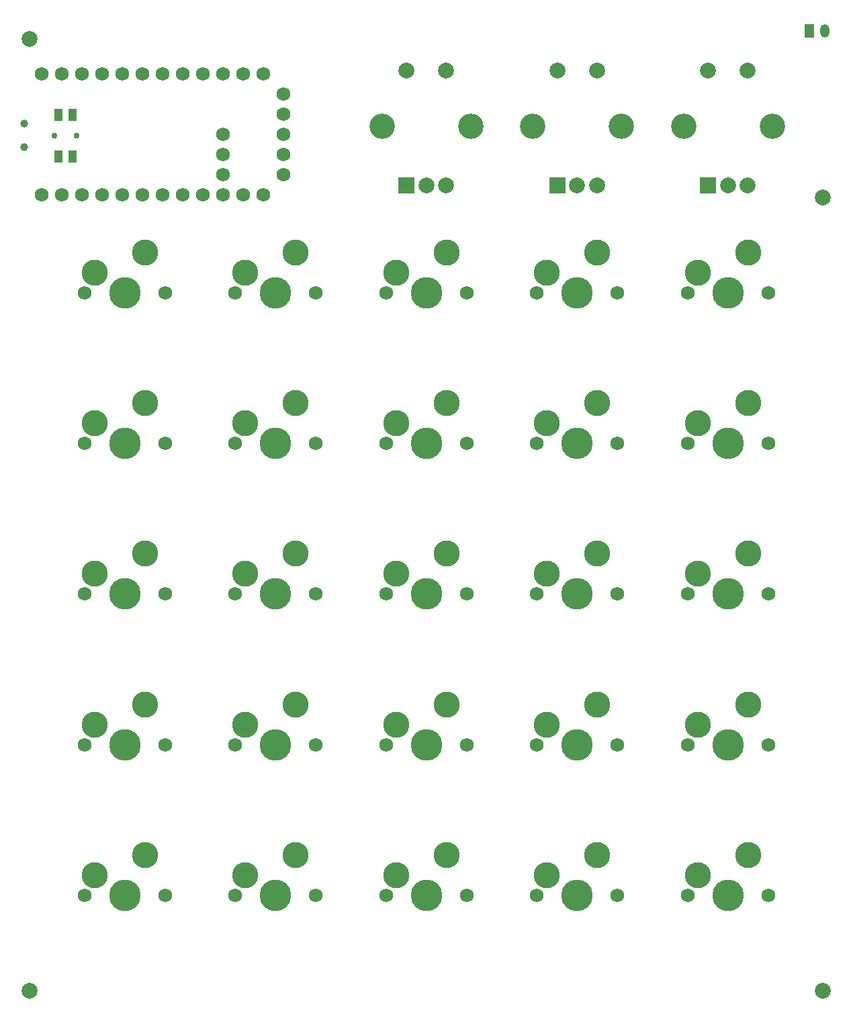
<source format=gts>
G04 #@! TF.GenerationSoftware,KiCad,Pcbnew,9.0.7*
G04 #@! TF.CreationDate,2026-02-15T13:27:24+05:00*
G04 #@! TF.ProjectId,ModuPad_v2,4d6f6475-5061-4645-9f76-322e6b696361,rev?*
G04 #@! TF.SameCoordinates,Original*
G04 #@! TF.FileFunction,Soldermask,Top*
G04 #@! TF.FilePolarity,Negative*
%FSLAX46Y46*%
G04 Gerber Fmt 4.6, Leading zero omitted, Abs format (unit mm)*
G04 Created by KiCad (PCBNEW 9.0.7) date 2026-02-15 13:27:24*
%MOMM*%
%LPD*%
G01*
G04 APERTURE LIST*
%ADD10C,2.000000*%
%ADD11C,0.750000*%
%ADD12R,1.000000X1.550000*%
%ADD13R,2.000000X2.000000*%
%ADD14C,3.200000*%
%ADD15C,1.752600*%
%ADD16C,1.000000*%
%ADD17R,1.200000X1.700000*%
%ADD18O,1.200000X1.700000*%
%ADD19C,1.750000*%
%ADD20C,3.987800*%
%ADD21C,3.300000*%
G04 APERTURE END LIST*
D10*
X152500000Y-172500000D03*
D11*
X55625000Y-64700000D03*
X58375000Y-64700000D03*
D12*
X56150000Y-67325000D03*
X56150000Y-62075000D03*
X57850000Y-67325000D03*
X57850000Y-62075000D03*
D10*
X152500000Y-72500000D03*
D13*
X119000000Y-71000000D03*
D10*
X124000000Y-71000000D03*
X121500000Y-71000000D03*
D14*
X115900000Y-63500000D03*
X127100000Y-63500000D03*
D10*
X124000000Y-56500000D03*
X119000000Y-56500000D03*
D15*
X54030000Y-72160000D03*
X56570000Y-72160000D03*
X59110000Y-72160000D03*
X61650000Y-72160000D03*
X64190000Y-72160000D03*
X66730000Y-72160000D03*
X69270000Y-72160000D03*
X71810000Y-72160000D03*
X74350000Y-72160000D03*
X76890000Y-72160000D03*
X79430000Y-72160000D03*
X81970000Y-72160000D03*
X81970000Y-56920000D03*
X79430000Y-56920000D03*
X76890000Y-56920000D03*
X74350000Y-56920000D03*
X71810000Y-56920000D03*
X69270000Y-56920000D03*
X66730000Y-56920000D03*
X64190000Y-56920000D03*
X61650000Y-56920000D03*
X59110000Y-56920000D03*
X56570000Y-56920000D03*
X54030000Y-56920000D03*
X76890000Y-69620000D03*
X76890000Y-67080000D03*
X76890000Y-64540000D03*
X84500000Y-69620000D03*
X84500000Y-67080000D03*
X84500000Y-64540000D03*
X84500000Y-62000000D03*
X84500000Y-59460000D03*
D16*
X51800000Y-66200000D03*
X51800000Y-63200000D03*
D13*
X100000000Y-71000000D03*
D10*
X105000000Y-71000000D03*
X102500000Y-71000000D03*
D14*
X96900000Y-63500000D03*
X108100000Y-63500000D03*
D10*
X105000000Y-56500000D03*
X100000000Y-56500000D03*
D17*
X150750000Y-51500000D03*
D18*
X152750000Y-51500000D03*
D10*
X52500000Y-172500000D03*
D13*
X138000000Y-71000000D03*
D10*
X143000000Y-71000000D03*
X140500000Y-71000000D03*
D14*
X134900000Y-63500000D03*
X146100000Y-63500000D03*
D10*
X143000000Y-56500000D03*
X138000000Y-56500000D03*
X52500000Y-52500000D03*
D19*
X107580000Y-103500000D03*
D20*
X102500000Y-103500000D03*
D19*
X97420000Y-103500000D03*
D21*
X98690000Y-100960000D03*
X105040000Y-98420000D03*
D19*
X107580000Y-160500000D03*
D20*
X102500000Y-160500000D03*
D19*
X97420000Y-160500000D03*
D21*
X98690000Y-157960000D03*
X105040000Y-155420000D03*
D19*
X145580000Y-84500000D03*
D20*
X140500000Y-84500000D03*
D19*
X135420000Y-84500000D03*
D21*
X136690000Y-81960000D03*
X143040000Y-79420000D03*
D19*
X145580000Y-141500000D03*
D20*
X140500000Y-141500000D03*
D19*
X135420000Y-141500000D03*
D21*
X136690000Y-138960000D03*
X143040000Y-136420000D03*
D19*
X88580000Y-103500000D03*
D20*
X83500000Y-103500000D03*
D19*
X78420000Y-103500000D03*
D21*
X79690000Y-100960000D03*
X86040000Y-98420000D03*
D19*
X145580000Y-160500000D03*
D20*
X140500000Y-160500000D03*
D19*
X135420000Y-160500000D03*
D21*
X136690000Y-157960000D03*
X143040000Y-155420000D03*
D19*
X126580000Y-103500000D03*
D20*
X121500000Y-103500000D03*
D19*
X116420000Y-103500000D03*
D21*
X117690000Y-100960000D03*
X124040000Y-98420000D03*
D19*
X88580000Y-122500000D03*
D20*
X83500000Y-122500000D03*
D19*
X78420000Y-122500000D03*
D21*
X79690000Y-119960000D03*
X86040000Y-117420000D03*
D19*
X145580000Y-122500000D03*
D20*
X140500000Y-122500000D03*
D19*
X135420000Y-122500000D03*
D21*
X136690000Y-119960000D03*
X143040000Y-117420000D03*
D19*
X88580000Y-141500000D03*
D20*
X83500000Y-141500000D03*
D19*
X78420000Y-141500000D03*
D21*
X79690000Y-138960000D03*
X86040000Y-136420000D03*
D19*
X126580000Y-84500000D03*
D20*
X121500000Y-84500000D03*
D19*
X116420000Y-84500000D03*
D21*
X117690000Y-81960000D03*
X124040000Y-79420000D03*
D19*
X69580000Y-84500000D03*
D20*
X64500000Y-84500000D03*
D19*
X59420000Y-84500000D03*
D21*
X60690000Y-81960000D03*
X67040000Y-79420000D03*
D19*
X88580000Y-160500000D03*
D20*
X83500000Y-160500000D03*
D19*
X78420000Y-160500000D03*
D21*
X79690000Y-157960000D03*
X86040000Y-155420000D03*
D19*
X69580000Y-160500000D03*
D20*
X64500000Y-160500000D03*
D19*
X59420000Y-160500000D03*
D21*
X60690000Y-157960000D03*
X67040000Y-155420000D03*
D19*
X126580000Y-122500000D03*
D20*
X121500000Y-122500000D03*
D19*
X116420000Y-122500000D03*
D21*
X117690000Y-119960000D03*
X124040000Y-117420000D03*
D19*
X69580000Y-141500000D03*
D20*
X64500000Y-141500000D03*
D19*
X59420000Y-141500000D03*
D21*
X60690000Y-138960000D03*
X67040000Y-136420000D03*
D19*
X107580000Y-84500000D03*
D20*
X102500000Y-84500000D03*
D19*
X97420000Y-84500000D03*
D21*
X98690000Y-81960000D03*
X105040000Y-79420000D03*
D19*
X126580000Y-160500000D03*
D20*
X121500000Y-160500000D03*
D19*
X116420000Y-160500000D03*
D21*
X117690000Y-157960000D03*
X124040000Y-155420000D03*
D19*
X145580000Y-103500000D03*
D20*
X140500000Y-103500000D03*
D19*
X135420000Y-103500000D03*
D21*
X136690000Y-100960000D03*
X143040000Y-98420000D03*
D19*
X107580000Y-141500000D03*
D20*
X102500000Y-141500000D03*
D19*
X97420000Y-141500000D03*
D21*
X98690000Y-138960000D03*
X105040000Y-136420000D03*
D19*
X107580000Y-122500000D03*
D20*
X102500000Y-122500000D03*
D19*
X97420000Y-122500000D03*
D21*
X98690000Y-119960000D03*
X105040000Y-117420000D03*
D19*
X69580000Y-103500000D03*
D20*
X64500000Y-103500000D03*
D19*
X59420000Y-103500000D03*
D21*
X60690000Y-100960000D03*
X67040000Y-98420000D03*
D19*
X88580000Y-84500000D03*
D20*
X83500000Y-84500000D03*
D19*
X78420000Y-84500000D03*
D21*
X79690000Y-81960000D03*
X86040000Y-79420000D03*
D19*
X69580000Y-122500000D03*
D20*
X64500000Y-122500000D03*
D19*
X59420000Y-122500000D03*
D21*
X60690000Y-119960000D03*
X67040000Y-117420000D03*
D19*
X126580000Y-141500000D03*
D20*
X121500000Y-141500000D03*
D19*
X116420000Y-141500000D03*
D21*
X117690000Y-138960000D03*
X124040000Y-136420000D03*
M02*

</source>
